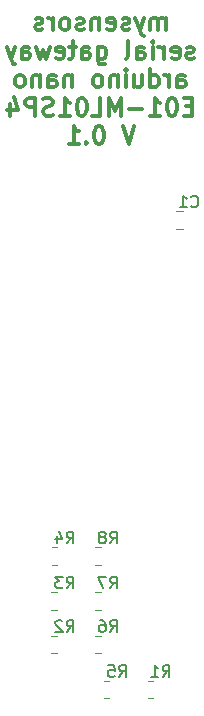
<source format=gbr>
%TF.GenerationSoftware,KiCad,Pcbnew,(6.0.11)*%
%TF.CreationDate,2023-02-11T15:14:05+01:00*%
%TF.ProjectId,gateway-nano-E01-ml01sp4,67617465-7761-4792-9d6e-616e6f2d4530,rev?*%
%TF.SameCoordinates,Original*%
%TF.FileFunction,Legend,Bot*%
%TF.FilePolarity,Positive*%
%FSLAX46Y46*%
G04 Gerber Fmt 4.6, Leading zero omitted, Abs format (unit mm)*
G04 Created by KiCad (PCBNEW (6.0.11)) date 2023-02-11 15:14:05*
%MOMM*%
%LPD*%
G01*
G04 APERTURE LIST*
%ADD10C,0.300000*%
%ADD11C,0.150000*%
%ADD12C,0.120000*%
G04 APERTURE END LIST*
D10*
X128055000Y-66079571D02*
X128055000Y-65079571D01*
X128055000Y-65222428D02*
X127983571Y-65151000D01*
X127840714Y-65079571D01*
X127626428Y-65079571D01*
X127483571Y-65151000D01*
X127412142Y-65293857D01*
X127412142Y-66079571D01*
X127412142Y-65293857D02*
X127340714Y-65151000D01*
X127197857Y-65079571D01*
X126983571Y-65079571D01*
X126840714Y-65151000D01*
X126769285Y-65293857D01*
X126769285Y-66079571D01*
X126197857Y-65079571D02*
X125840714Y-66079571D01*
X125483571Y-65079571D02*
X125840714Y-66079571D01*
X125983571Y-66436714D01*
X126055000Y-66508142D01*
X126197857Y-66579571D01*
X124983571Y-66008142D02*
X124840714Y-66079571D01*
X124555000Y-66079571D01*
X124412142Y-66008142D01*
X124340714Y-65865285D01*
X124340714Y-65793857D01*
X124412142Y-65651000D01*
X124555000Y-65579571D01*
X124769285Y-65579571D01*
X124912142Y-65508142D01*
X124983571Y-65365285D01*
X124983571Y-65293857D01*
X124912142Y-65151000D01*
X124769285Y-65079571D01*
X124555000Y-65079571D01*
X124412142Y-65151000D01*
X123126428Y-66008142D02*
X123269285Y-66079571D01*
X123555000Y-66079571D01*
X123697857Y-66008142D01*
X123769285Y-65865285D01*
X123769285Y-65293857D01*
X123697857Y-65151000D01*
X123555000Y-65079571D01*
X123269285Y-65079571D01*
X123126428Y-65151000D01*
X123055000Y-65293857D01*
X123055000Y-65436714D01*
X123769285Y-65579571D01*
X122412142Y-65079571D02*
X122412142Y-66079571D01*
X122412142Y-65222428D02*
X122340714Y-65151000D01*
X122197857Y-65079571D01*
X121983571Y-65079571D01*
X121840714Y-65151000D01*
X121769285Y-65293857D01*
X121769285Y-66079571D01*
X121126428Y-66008142D02*
X120983571Y-66079571D01*
X120697857Y-66079571D01*
X120555000Y-66008142D01*
X120483571Y-65865285D01*
X120483571Y-65793857D01*
X120555000Y-65651000D01*
X120697857Y-65579571D01*
X120912142Y-65579571D01*
X121055000Y-65508142D01*
X121126428Y-65365285D01*
X121126428Y-65293857D01*
X121055000Y-65151000D01*
X120912142Y-65079571D01*
X120697857Y-65079571D01*
X120555000Y-65151000D01*
X119626428Y-66079571D02*
X119769285Y-66008142D01*
X119840714Y-65936714D01*
X119912142Y-65793857D01*
X119912142Y-65365285D01*
X119840714Y-65222428D01*
X119769285Y-65151000D01*
X119626428Y-65079571D01*
X119412142Y-65079571D01*
X119269285Y-65151000D01*
X119197857Y-65222428D01*
X119126428Y-65365285D01*
X119126428Y-65793857D01*
X119197857Y-65936714D01*
X119269285Y-66008142D01*
X119412142Y-66079571D01*
X119626428Y-66079571D01*
X118483571Y-66079571D02*
X118483571Y-65079571D01*
X118483571Y-65365285D02*
X118412142Y-65222428D01*
X118340714Y-65151000D01*
X118197857Y-65079571D01*
X118055000Y-65079571D01*
X117626428Y-66008142D02*
X117483571Y-66079571D01*
X117197857Y-66079571D01*
X117055000Y-66008142D01*
X116983571Y-65865285D01*
X116983571Y-65793857D01*
X117055000Y-65651000D01*
X117197857Y-65579571D01*
X117412142Y-65579571D01*
X117555000Y-65508142D01*
X117626428Y-65365285D01*
X117626428Y-65293857D01*
X117555000Y-65151000D01*
X117412142Y-65079571D01*
X117197857Y-65079571D01*
X117055000Y-65151000D01*
X130447857Y-68423142D02*
X130305000Y-68494571D01*
X130019285Y-68494571D01*
X129876428Y-68423142D01*
X129805000Y-68280285D01*
X129805000Y-68208857D01*
X129876428Y-68066000D01*
X130019285Y-67994571D01*
X130233571Y-67994571D01*
X130376428Y-67923142D01*
X130447857Y-67780285D01*
X130447857Y-67708857D01*
X130376428Y-67566000D01*
X130233571Y-67494571D01*
X130019285Y-67494571D01*
X129876428Y-67566000D01*
X128590714Y-68423142D02*
X128733571Y-68494571D01*
X129019285Y-68494571D01*
X129162142Y-68423142D01*
X129233571Y-68280285D01*
X129233571Y-67708857D01*
X129162142Y-67566000D01*
X129019285Y-67494571D01*
X128733571Y-67494571D01*
X128590714Y-67566000D01*
X128519285Y-67708857D01*
X128519285Y-67851714D01*
X129233571Y-67994571D01*
X127876428Y-68494571D02*
X127876428Y-67494571D01*
X127876428Y-67780285D02*
X127805000Y-67637428D01*
X127733571Y-67566000D01*
X127590714Y-67494571D01*
X127447857Y-67494571D01*
X126947857Y-68494571D02*
X126947857Y-67494571D01*
X126947857Y-66994571D02*
X127019285Y-67066000D01*
X126947857Y-67137428D01*
X126876428Y-67066000D01*
X126947857Y-66994571D01*
X126947857Y-67137428D01*
X125590714Y-68494571D02*
X125590714Y-67708857D01*
X125662142Y-67566000D01*
X125805000Y-67494571D01*
X126090714Y-67494571D01*
X126233571Y-67566000D01*
X125590714Y-68423142D02*
X125733571Y-68494571D01*
X126090714Y-68494571D01*
X126233571Y-68423142D01*
X126305000Y-68280285D01*
X126305000Y-68137428D01*
X126233571Y-67994571D01*
X126090714Y-67923142D01*
X125733571Y-67923142D01*
X125590714Y-67851714D01*
X124662142Y-68494571D02*
X124805000Y-68423142D01*
X124876428Y-68280285D01*
X124876428Y-66994571D01*
X122305000Y-67494571D02*
X122305000Y-68708857D01*
X122376428Y-68851714D01*
X122447857Y-68923142D01*
X122590714Y-68994571D01*
X122805000Y-68994571D01*
X122947857Y-68923142D01*
X122305000Y-68423142D02*
X122447857Y-68494571D01*
X122733571Y-68494571D01*
X122876428Y-68423142D01*
X122947857Y-68351714D01*
X123019285Y-68208857D01*
X123019285Y-67780285D01*
X122947857Y-67637428D01*
X122876428Y-67566000D01*
X122733571Y-67494571D01*
X122447857Y-67494571D01*
X122305000Y-67566000D01*
X120947857Y-68494571D02*
X120947857Y-67708857D01*
X121019285Y-67566000D01*
X121162142Y-67494571D01*
X121447857Y-67494571D01*
X121590714Y-67566000D01*
X120947857Y-68423142D02*
X121090714Y-68494571D01*
X121447857Y-68494571D01*
X121590714Y-68423142D01*
X121662142Y-68280285D01*
X121662142Y-68137428D01*
X121590714Y-67994571D01*
X121447857Y-67923142D01*
X121090714Y-67923142D01*
X120947857Y-67851714D01*
X120447857Y-67494571D02*
X119876428Y-67494571D01*
X120233571Y-66994571D02*
X120233571Y-68280285D01*
X120162142Y-68423142D01*
X120019285Y-68494571D01*
X119876428Y-68494571D01*
X118805000Y-68423142D02*
X118947857Y-68494571D01*
X119233571Y-68494571D01*
X119376428Y-68423142D01*
X119447857Y-68280285D01*
X119447857Y-67708857D01*
X119376428Y-67566000D01*
X119233571Y-67494571D01*
X118947857Y-67494571D01*
X118805000Y-67566000D01*
X118733571Y-67708857D01*
X118733571Y-67851714D01*
X119447857Y-67994571D01*
X118233571Y-67494571D02*
X117947857Y-68494571D01*
X117662142Y-67780285D01*
X117376428Y-68494571D01*
X117090714Y-67494571D01*
X115876428Y-68494571D02*
X115876428Y-67708857D01*
X115947857Y-67566000D01*
X116090714Y-67494571D01*
X116376428Y-67494571D01*
X116519285Y-67566000D01*
X115876428Y-68423142D02*
X116019285Y-68494571D01*
X116376428Y-68494571D01*
X116519285Y-68423142D01*
X116590714Y-68280285D01*
X116590714Y-68137428D01*
X116519285Y-67994571D01*
X116376428Y-67923142D01*
X116019285Y-67923142D01*
X115876428Y-67851714D01*
X115305000Y-67494571D02*
X114947857Y-68494571D01*
X114590714Y-67494571D02*
X114947857Y-68494571D01*
X115090714Y-68851714D01*
X115162142Y-68923142D01*
X115305000Y-68994571D01*
X129055000Y-70909571D02*
X129055000Y-70123857D01*
X129126428Y-69981000D01*
X129269285Y-69909571D01*
X129555000Y-69909571D01*
X129697857Y-69981000D01*
X129055000Y-70838142D02*
X129197857Y-70909571D01*
X129555000Y-70909571D01*
X129697857Y-70838142D01*
X129769285Y-70695285D01*
X129769285Y-70552428D01*
X129697857Y-70409571D01*
X129555000Y-70338142D01*
X129197857Y-70338142D01*
X129055000Y-70266714D01*
X128340714Y-70909571D02*
X128340714Y-69909571D01*
X128340714Y-70195285D02*
X128269285Y-70052428D01*
X128197857Y-69981000D01*
X128055000Y-69909571D01*
X127912142Y-69909571D01*
X126769285Y-70909571D02*
X126769285Y-69409571D01*
X126769285Y-70838142D02*
X126912142Y-70909571D01*
X127197857Y-70909571D01*
X127340714Y-70838142D01*
X127412142Y-70766714D01*
X127483571Y-70623857D01*
X127483571Y-70195285D01*
X127412142Y-70052428D01*
X127340714Y-69981000D01*
X127197857Y-69909571D01*
X126912142Y-69909571D01*
X126769285Y-69981000D01*
X125412142Y-69909571D02*
X125412142Y-70909571D01*
X126055000Y-69909571D02*
X126055000Y-70695285D01*
X125983571Y-70838142D01*
X125840714Y-70909571D01*
X125626428Y-70909571D01*
X125483571Y-70838142D01*
X125412142Y-70766714D01*
X124697857Y-70909571D02*
X124697857Y-69909571D01*
X124697857Y-69409571D02*
X124769285Y-69481000D01*
X124697857Y-69552428D01*
X124626428Y-69481000D01*
X124697857Y-69409571D01*
X124697857Y-69552428D01*
X123983571Y-69909571D02*
X123983571Y-70909571D01*
X123983571Y-70052428D02*
X123912142Y-69981000D01*
X123769285Y-69909571D01*
X123555000Y-69909571D01*
X123412142Y-69981000D01*
X123340714Y-70123857D01*
X123340714Y-70909571D01*
X122412142Y-70909571D02*
X122555000Y-70838142D01*
X122626428Y-70766714D01*
X122697857Y-70623857D01*
X122697857Y-70195285D01*
X122626428Y-70052428D01*
X122555000Y-69981000D01*
X122412142Y-69909571D01*
X122197857Y-69909571D01*
X122055000Y-69981000D01*
X121983571Y-70052428D01*
X121912142Y-70195285D01*
X121912142Y-70623857D01*
X121983571Y-70766714D01*
X122055000Y-70838142D01*
X122197857Y-70909571D01*
X122412142Y-70909571D01*
X120126428Y-69909571D02*
X120126428Y-70909571D01*
X120126428Y-70052428D02*
X120055000Y-69981000D01*
X119912142Y-69909571D01*
X119697857Y-69909571D01*
X119555000Y-69981000D01*
X119483571Y-70123857D01*
X119483571Y-70909571D01*
X118126428Y-70909571D02*
X118126428Y-70123857D01*
X118197857Y-69981000D01*
X118340714Y-69909571D01*
X118626428Y-69909571D01*
X118769285Y-69981000D01*
X118126428Y-70838142D02*
X118269285Y-70909571D01*
X118626428Y-70909571D01*
X118769285Y-70838142D01*
X118840714Y-70695285D01*
X118840714Y-70552428D01*
X118769285Y-70409571D01*
X118626428Y-70338142D01*
X118269285Y-70338142D01*
X118126428Y-70266714D01*
X117412142Y-69909571D02*
X117412142Y-70909571D01*
X117412142Y-70052428D02*
X117340714Y-69981000D01*
X117197857Y-69909571D01*
X116983571Y-69909571D01*
X116840714Y-69981000D01*
X116769285Y-70123857D01*
X116769285Y-70909571D01*
X115840714Y-70909571D02*
X115983571Y-70838142D01*
X116055000Y-70766714D01*
X116126428Y-70623857D01*
X116126428Y-70195285D01*
X116055000Y-70052428D01*
X115983571Y-69981000D01*
X115840714Y-69909571D01*
X115626428Y-69909571D01*
X115483571Y-69981000D01*
X115412142Y-70052428D01*
X115340714Y-70195285D01*
X115340714Y-70623857D01*
X115412142Y-70766714D01*
X115483571Y-70838142D01*
X115626428Y-70909571D01*
X115840714Y-70909571D01*
X130305000Y-72538857D02*
X129805000Y-72538857D01*
X129590714Y-73324571D02*
X130305000Y-73324571D01*
X130305000Y-71824571D01*
X129590714Y-71824571D01*
X128662142Y-71824571D02*
X128519285Y-71824571D01*
X128376428Y-71896000D01*
X128305000Y-71967428D01*
X128233571Y-72110285D01*
X128162142Y-72396000D01*
X128162142Y-72753142D01*
X128233571Y-73038857D01*
X128305000Y-73181714D01*
X128376428Y-73253142D01*
X128519285Y-73324571D01*
X128662142Y-73324571D01*
X128805000Y-73253142D01*
X128876428Y-73181714D01*
X128947857Y-73038857D01*
X129019285Y-72753142D01*
X129019285Y-72396000D01*
X128947857Y-72110285D01*
X128876428Y-71967428D01*
X128805000Y-71896000D01*
X128662142Y-71824571D01*
X126733571Y-73324571D02*
X127590714Y-73324571D01*
X127162142Y-73324571D02*
X127162142Y-71824571D01*
X127305000Y-72038857D01*
X127447857Y-72181714D01*
X127590714Y-72253142D01*
X126090714Y-72753142D02*
X124947857Y-72753142D01*
X124233571Y-73324571D02*
X124233571Y-71824571D01*
X123733571Y-72896000D01*
X123233571Y-71824571D01*
X123233571Y-73324571D01*
X121805000Y-73324571D02*
X122519285Y-73324571D01*
X122519285Y-71824571D01*
X121019285Y-71824571D02*
X120876428Y-71824571D01*
X120733571Y-71896000D01*
X120662142Y-71967428D01*
X120590714Y-72110285D01*
X120519285Y-72396000D01*
X120519285Y-72753142D01*
X120590714Y-73038857D01*
X120662142Y-73181714D01*
X120733571Y-73253142D01*
X120876428Y-73324571D01*
X121019285Y-73324571D01*
X121162142Y-73253142D01*
X121233571Y-73181714D01*
X121305000Y-73038857D01*
X121376428Y-72753142D01*
X121376428Y-72396000D01*
X121305000Y-72110285D01*
X121233571Y-71967428D01*
X121162142Y-71896000D01*
X121019285Y-71824571D01*
X119090714Y-73324571D02*
X119947857Y-73324571D01*
X119519285Y-73324571D02*
X119519285Y-71824571D01*
X119662142Y-72038857D01*
X119805000Y-72181714D01*
X119947857Y-72253142D01*
X118519285Y-73253142D02*
X118305000Y-73324571D01*
X117947857Y-73324571D01*
X117805000Y-73253142D01*
X117733571Y-73181714D01*
X117662142Y-73038857D01*
X117662142Y-72896000D01*
X117733571Y-72753142D01*
X117805000Y-72681714D01*
X117947857Y-72610285D01*
X118233571Y-72538857D01*
X118376428Y-72467428D01*
X118447857Y-72396000D01*
X118519285Y-72253142D01*
X118519285Y-72110285D01*
X118447857Y-71967428D01*
X118376428Y-71896000D01*
X118233571Y-71824571D01*
X117876428Y-71824571D01*
X117662142Y-71896000D01*
X117019285Y-73324571D02*
X117019285Y-71824571D01*
X116447857Y-71824571D01*
X116305000Y-71896000D01*
X116233571Y-71967428D01*
X116162142Y-72110285D01*
X116162142Y-72324571D01*
X116233571Y-72467428D01*
X116305000Y-72538857D01*
X116447857Y-72610285D01*
X117019285Y-72610285D01*
X114876428Y-72324571D02*
X114876428Y-73324571D01*
X115233571Y-71753142D02*
X115590714Y-72824571D01*
X114662142Y-72824571D01*
X125412142Y-74239571D02*
X124912142Y-75739571D01*
X124412142Y-74239571D01*
X122483571Y-74239571D02*
X122340714Y-74239571D01*
X122197857Y-74311000D01*
X122126428Y-74382428D01*
X122055000Y-74525285D01*
X121983571Y-74811000D01*
X121983571Y-75168142D01*
X122055000Y-75453857D01*
X122126428Y-75596714D01*
X122197857Y-75668142D01*
X122340714Y-75739571D01*
X122483571Y-75739571D01*
X122626428Y-75668142D01*
X122697857Y-75596714D01*
X122769285Y-75453857D01*
X122840714Y-75168142D01*
X122840714Y-74811000D01*
X122769285Y-74525285D01*
X122697857Y-74382428D01*
X122626428Y-74311000D01*
X122483571Y-74239571D01*
X121340714Y-75596714D02*
X121269285Y-75668142D01*
X121340714Y-75739571D01*
X121412142Y-75668142D01*
X121340714Y-75596714D01*
X121340714Y-75739571D01*
X119840714Y-75739571D02*
X120697857Y-75739571D01*
X120269285Y-75739571D02*
X120269285Y-74239571D01*
X120412142Y-74453857D01*
X120555000Y-74596714D01*
X120697857Y-74668142D01*
D11*
%TO.C,C1*%
X130214666Y-81002142D02*
X130262285Y-81049761D01*
X130405142Y-81097380D01*
X130500380Y-81097380D01*
X130643238Y-81049761D01*
X130738476Y-80954523D01*
X130786095Y-80859285D01*
X130833714Y-80668809D01*
X130833714Y-80525952D01*
X130786095Y-80335476D01*
X130738476Y-80240238D01*
X130643238Y-80145000D01*
X130500380Y-80097380D01*
X130405142Y-80097380D01*
X130262285Y-80145000D01*
X130214666Y-80192619D01*
X129262285Y-81097380D02*
X129833714Y-81097380D01*
X129548000Y-81097380D02*
X129548000Y-80097380D01*
X129643238Y-80240238D01*
X129738476Y-80335476D01*
X129833714Y-80383095D01*
%TO.C,R4*%
X119673666Y-109545380D02*
X120007000Y-109069190D01*
X120245095Y-109545380D02*
X120245095Y-108545380D01*
X119864142Y-108545380D01*
X119768904Y-108593000D01*
X119721285Y-108640619D01*
X119673666Y-108735857D01*
X119673666Y-108878714D01*
X119721285Y-108973952D01*
X119768904Y-109021571D01*
X119864142Y-109069190D01*
X120245095Y-109069190D01*
X118816523Y-108878714D02*
X118816523Y-109545380D01*
X119054619Y-108497761D02*
X119292714Y-109212047D01*
X118673666Y-109212047D01*
%TO.C,R6*%
X123356666Y-117038380D02*
X123690000Y-116562190D01*
X123928095Y-117038380D02*
X123928095Y-116038380D01*
X123547142Y-116038380D01*
X123451904Y-116086000D01*
X123404285Y-116133619D01*
X123356666Y-116228857D01*
X123356666Y-116371714D01*
X123404285Y-116466952D01*
X123451904Y-116514571D01*
X123547142Y-116562190D01*
X123928095Y-116562190D01*
X122499523Y-116038380D02*
X122690000Y-116038380D01*
X122785238Y-116086000D01*
X122832857Y-116133619D01*
X122928095Y-116276476D01*
X122975714Y-116466952D01*
X122975714Y-116847904D01*
X122928095Y-116943142D01*
X122880476Y-116990761D01*
X122785238Y-117038380D01*
X122594761Y-117038380D01*
X122499523Y-116990761D01*
X122451904Y-116943142D01*
X122404285Y-116847904D01*
X122404285Y-116609809D01*
X122451904Y-116514571D01*
X122499523Y-116466952D01*
X122594761Y-116419333D01*
X122785238Y-116419333D01*
X122880476Y-116466952D01*
X122928095Y-116514571D01*
X122975714Y-116609809D01*
%TO.C,R7*%
X123356666Y-113355380D02*
X123690000Y-112879190D01*
X123928095Y-113355380D02*
X123928095Y-112355380D01*
X123547142Y-112355380D01*
X123451904Y-112403000D01*
X123404285Y-112450619D01*
X123356666Y-112545857D01*
X123356666Y-112688714D01*
X123404285Y-112783952D01*
X123451904Y-112831571D01*
X123547142Y-112879190D01*
X123928095Y-112879190D01*
X123023333Y-112355380D02*
X122356666Y-112355380D01*
X122785238Y-113355380D01*
%TO.C,R8*%
X123356666Y-109545380D02*
X123690000Y-109069190D01*
X123928095Y-109545380D02*
X123928095Y-108545380D01*
X123547142Y-108545380D01*
X123451904Y-108593000D01*
X123404285Y-108640619D01*
X123356666Y-108735857D01*
X123356666Y-108878714D01*
X123404285Y-108973952D01*
X123451904Y-109021571D01*
X123547142Y-109069190D01*
X123928095Y-109069190D01*
X122785238Y-108973952D02*
X122880476Y-108926333D01*
X122928095Y-108878714D01*
X122975714Y-108783476D01*
X122975714Y-108735857D01*
X122928095Y-108640619D01*
X122880476Y-108593000D01*
X122785238Y-108545380D01*
X122594761Y-108545380D01*
X122499523Y-108593000D01*
X122451904Y-108640619D01*
X122404285Y-108735857D01*
X122404285Y-108783476D01*
X122451904Y-108878714D01*
X122499523Y-108926333D01*
X122594761Y-108973952D01*
X122785238Y-108973952D01*
X122880476Y-109021571D01*
X122928095Y-109069190D01*
X122975714Y-109164428D01*
X122975714Y-109354904D01*
X122928095Y-109450142D01*
X122880476Y-109497761D01*
X122785238Y-109545380D01*
X122594761Y-109545380D01*
X122499523Y-109497761D01*
X122451904Y-109450142D01*
X122404285Y-109354904D01*
X122404285Y-109164428D01*
X122451904Y-109069190D01*
X122499523Y-109021571D01*
X122594761Y-108973952D01*
%TO.C,R1*%
X127801666Y-120848380D02*
X128135000Y-120372190D01*
X128373095Y-120848380D02*
X128373095Y-119848380D01*
X127992142Y-119848380D01*
X127896904Y-119896000D01*
X127849285Y-119943619D01*
X127801666Y-120038857D01*
X127801666Y-120181714D01*
X127849285Y-120276952D01*
X127896904Y-120324571D01*
X127992142Y-120372190D01*
X128373095Y-120372190D01*
X126849285Y-120848380D02*
X127420714Y-120848380D01*
X127135000Y-120848380D02*
X127135000Y-119848380D01*
X127230238Y-119991238D01*
X127325476Y-120086476D01*
X127420714Y-120134095D01*
%TO.C,R5*%
X124118666Y-120848380D02*
X124452000Y-120372190D01*
X124690095Y-120848380D02*
X124690095Y-119848380D01*
X124309142Y-119848380D01*
X124213904Y-119896000D01*
X124166285Y-119943619D01*
X124118666Y-120038857D01*
X124118666Y-120181714D01*
X124166285Y-120276952D01*
X124213904Y-120324571D01*
X124309142Y-120372190D01*
X124690095Y-120372190D01*
X123213904Y-119848380D02*
X123690095Y-119848380D01*
X123737714Y-120324571D01*
X123690095Y-120276952D01*
X123594857Y-120229333D01*
X123356761Y-120229333D01*
X123261523Y-120276952D01*
X123213904Y-120324571D01*
X123166285Y-120419809D01*
X123166285Y-120657904D01*
X123213904Y-120753142D01*
X123261523Y-120800761D01*
X123356761Y-120848380D01*
X123594857Y-120848380D01*
X123690095Y-120800761D01*
X123737714Y-120753142D01*
%TO.C,R2*%
X119673666Y-117038380D02*
X120007000Y-116562190D01*
X120245095Y-117038380D02*
X120245095Y-116038380D01*
X119864142Y-116038380D01*
X119768904Y-116086000D01*
X119721285Y-116133619D01*
X119673666Y-116228857D01*
X119673666Y-116371714D01*
X119721285Y-116466952D01*
X119768904Y-116514571D01*
X119864142Y-116562190D01*
X120245095Y-116562190D01*
X119292714Y-116133619D02*
X119245095Y-116086000D01*
X119149857Y-116038380D01*
X118911761Y-116038380D01*
X118816523Y-116086000D01*
X118768904Y-116133619D01*
X118721285Y-116228857D01*
X118721285Y-116324095D01*
X118768904Y-116466952D01*
X119340333Y-117038380D01*
X118721285Y-117038380D01*
%TO.C,R3*%
X119673666Y-113355380D02*
X120007000Y-112879190D01*
X120245095Y-113355380D02*
X120245095Y-112355380D01*
X119864142Y-112355380D01*
X119768904Y-112403000D01*
X119721285Y-112450619D01*
X119673666Y-112545857D01*
X119673666Y-112688714D01*
X119721285Y-112783952D01*
X119768904Y-112831571D01*
X119864142Y-112879190D01*
X120245095Y-112879190D01*
X119340333Y-112355380D02*
X118721285Y-112355380D01*
X119054619Y-112736333D01*
X118911761Y-112736333D01*
X118816523Y-112783952D01*
X118768904Y-112831571D01*
X118721285Y-112926809D01*
X118721285Y-113164904D01*
X118768904Y-113260142D01*
X118816523Y-113307761D01*
X118911761Y-113355380D01*
X119197476Y-113355380D01*
X119292714Y-113307761D01*
X119340333Y-113260142D01*
D12*
%TO.C,C1*%
X128963748Y-82904000D02*
X129486252Y-82904000D01*
X128963748Y-81434000D02*
X129486252Y-81434000D01*
%TO.C,R4*%
X118430936Y-111352000D02*
X118885064Y-111352000D01*
X118430936Y-109882000D02*
X118885064Y-109882000D01*
%TO.C,R6*%
X122097436Y-118845000D02*
X122551564Y-118845000D01*
X122097436Y-117375000D02*
X122551564Y-117375000D01*
%TO.C,R7*%
X122097436Y-115162000D02*
X122551564Y-115162000D01*
X122097436Y-113692000D02*
X122551564Y-113692000D01*
%TO.C,R8*%
X122097436Y-111352000D02*
X122551564Y-111352000D01*
X122097436Y-109882000D02*
X122551564Y-109882000D01*
%TO.C,R1*%
X126996564Y-121185000D02*
X126542436Y-121185000D01*
X126996564Y-122655000D02*
X126542436Y-122655000D01*
%TO.C,R5*%
X123266564Y-121185000D02*
X122812436Y-121185000D01*
X123266564Y-122655000D02*
X122812436Y-122655000D01*
%TO.C,R2*%
X118367436Y-118845000D02*
X118821564Y-118845000D01*
X118367436Y-117375000D02*
X118821564Y-117375000D01*
%TO.C,R3*%
X118367436Y-115162000D02*
X118821564Y-115162000D01*
X118367436Y-113692000D02*
X118821564Y-113692000D01*
%TD*%
M02*

</source>
